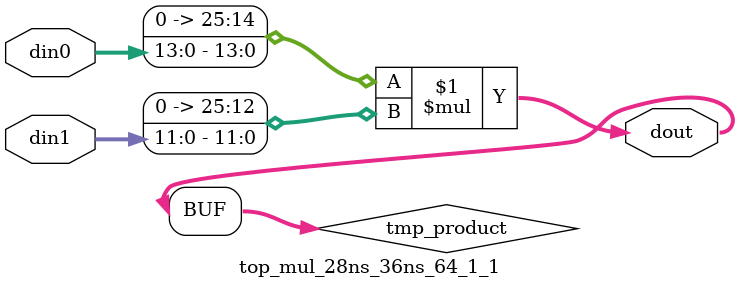
<source format=v>

`timescale 1 ns / 1 ps

  module top_mul_28ns_36ns_64_1_1(din0, din1, dout);
parameter ID = 1;
parameter NUM_STAGE = 0;
parameter din0_WIDTH = 14;
parameter din1_WIDTH = 12;
parameter dout_WIDTH = 26;

input [din0_WIDTH - 1 : 0] din0; 
input [din1_WIDTH - 1 : 0] din1; 
output [dout_WIDTH - 1 : 0] dout;

wire signed [dout_WIDTH - 1 : 0] tmp_product;










assign tmp_product = $signed({1'b0, din0}) * $signed({1'b0, din1});











assign dout = tmp_product;







endmodule

</source>
